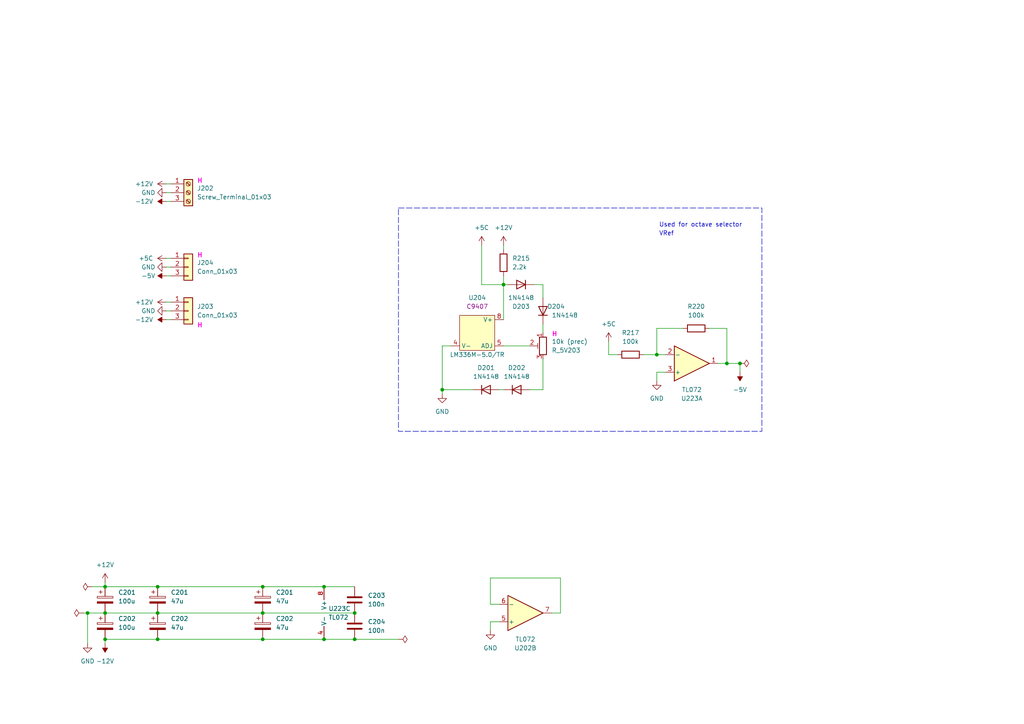
<source format=kicad_sch>
(kicad_sch (version 20231120) (generator "eeschema") (generator_version "8.0")
  (paper "A4")
  (title_block (title "Power"))
  (lib_symbols
    (symbol "Amplifier_Operational:TL072" (pin_names (offset 0.127))
      (property "Reference" "U" (at 0 5.08 0))
      (property "Value" "TL072" (at 0 -5.08 0))
      (symbol "TL072_1_1"
        (polyline (pts (xy -5.08 5.08) (xy 5.08 0) (xy -5.08 -5.08) (xy -5.08 5.08)) (stroke (width 0.254)) (fill (type background)))
        (pin output line (at 7.62 0 180) (length 2.54) (name "~") (number "1"))
        (pin input line (at -7.62 -2.54 0) (length 2.54) (name "-") (number "2"))
        (pin input line (at -7.62 2.54 0) (length 2.54) (name "+") (number "3"))
      )
      (symbol "TL072_2_1"
        (polyline (pts (xy -5.08 5.08) (xy 5.08 0) (xy -5.08 -5.08) (xy -5.08 5.08)) (stroke (width 0.254)) (fill (type background)))
        (pin input line (at -7.62 2.54 0) (length 2.54) (name "+") (number "5"))
        (pin input line (at -7.62 -2.54 0) (length 2.54) (name "-") (number "6"))
        (pin output line (at 7.62 0 180) (length 2.54) (name "~") (number "7"))
      )
      (symbol "TL072_3_1"
        (pin power_in line (at -2.54 -7.62 90) (length 3.81) (name "V-") (number "4"))
        (pin power_in line (at -2.54 7.62 270) (length 3.81) (name "V+") (number "8"))
      )
    )
    (symbol "Connector:Screw_Terminal_01x03" (pin_names (offset 1.016) hide)
      (property "Reference" "J" (at 0 5.08 0))
      (property "Value" "Screw_Terminal_01x03" (at 0 -5.08 0))
      (symbol "Screw_Terminal_01x03_1_1"
        (rectangle (start -1.27 3.81) (end 1.27 -3.81) (stroke (width 0.254)) (fill (type background)))
        (circle (center 0 -2.54) (radius 0.635) (stroke (width 0.1524)))
        (polyline (pts (xy -0.5334 -2.2098) (xy 0.3302 -3.048)) (stroke (width 0.1524)))
        (polyline (pts (xy -0.5334 0.3302) (xy 0.3302 -0.508)) (stroke (width 0.1524)))
        (polyline (pts (xy -0.5334 2.8702) (xy 0.3302 2.032)) (stroke (width 0.1524)))
        (polyline (pts (xy -0.3556 -2.032) (xy 0.508 -2.8702)) (stroke (width 0.1524)))
        (polyline (pts (xy -0.3556 0.508) (xy 0.508 -0.3302)) (stroke (width 0.1524)))
        (polyline (pts (xy -0.3556 3.048) (xy 0.508 2.2098)) (stroke (width 0.1524)))
        (circle (center 0 0) (radius 0.635) (stroke (width 0.1524)))
        (circle (center 0 2.54) (radius 0.635) (stroke (width 0.1524)))
        (pin passive line (at -5.08 2.54 0) (length 3.81) (name "Pin_1") (number "1"))
        (pin passive line (at -5.08 0 0) (length 3.81) (name "Pin_2") (number "2"))
        (pin passive line (at -5.08 -2.54 0) (length 3.81) (name "Pin_3") (number "3"))
      )
    )
    (symbol "Connector_Generic:Conn_01x03" (pin_names (offset 1.016) hide)
      (property "Reference" "J" (at 0 5.08 0))
      (property "Value" "Conn_01x03" (at 0 -5.08 0))
      (symbol "Conn_01x03_1_1"
        (rectangle (start -1.27 -2.413) (end 0 -2.667) (stroke (width 0.1524)))
        (rectangle (start -1.27 0.127) (end 0 -0.127) (stroke (width 0.1524)))
        (rectangle (start -1.27 2.667) (end 0 2.413) (stroke (width 0.1524)))
        (rectangle (start -1.27 3.81) (end 1.27 -3.81) (stroke (width 0.254)) (fill (type background)))
        (pin passive line (at -5.08 2.54 0) (length 3.81) (name "Pin_1") (number "1"))
        (pin passive line (at -5.08 0 0) (length 3.81) (name "Pin_2") (number "2"))
        (pin passive line (at -5.08 -2.54 0) (length 3.81) (name "Pin_3") (number "3"))
      )
    )
    (symbol "Device:C" (pin_numbers hide) (pin_names (offset 0.254))
      (property "Reference" "C" (at 0.635 2.54 0))
      (property "Value" "C" (at 0.635 -2.54 0))
      (symbol "C_0_1"
        (polyline (pts (xy -2.032 -0.762) (xy 2.032 -0.762)) (stroke (width 0.508)))
        (polyline (pts (xy -2.032 0.762) (xy 2.032 0.762)) (stroke (width 0.508)))
      )
      (symbol "C_1_1"
        (pin passive line (at 0 3.81 270) (length 2.794) (name "~") (number "1"))
        (pin passive line (at 0 -3.81 90) (length 2.794) (name "~") (number "2"))
      )
    )
    (symbol "Device:C_Polarized" (pin_numbers hide) (pin_names (offset 0.254))
      (property "Reference" "C" (at 0.635 2.54 0))
      (property "Value" "C_Polarized" (at 0.635 -2.54 0))
      (symbol "C_Polarized_0_1"
        (rectangle (start -2.286 0.508) (end 2.286 1.016))
        (polyline (pts (xy -1.778 2.286) (xy -0.762 2.286)))
        (polyline (pts (xy -1.27 2.794) (xy -1.27 1.778)))
        (rectangle (start 2.286 -0.508) (end -2.286 -1.016) (fill (type outline)))
      )
      (symbol "C_Polarized_1_1"
        (pin passive line (at 0 3.81 270) (length 2.794) (name "~") (number "1"))
        (pin passive line (at 0 -3.81 90) (length 2.794) (name "~") (number "2"))
      )
    )
    (symbol "Device:D" (pin_numbers hide) (pin_names (offset 1.016) hide)
      (property "Reference" "D" (at 0 2.54 0))
      (property "Value" "D" (at 0 -2.54 0))
      (symbol "D_0_1"
        (polyline (pts (xy -1.27 1.27) (xy -1.27 -1.27)) (stroke (width 0.254)))
        (polyline (pts (xy 1.27 0) (xy -1.27 0)))
        (polyline (pts (xy 1.27 1.27) (xy 1.27 -1.27) (xy -1.27 0) (xy 1.27 1.27)) (stroke (width 0.254)))
      )
      (symbol "D_1_1"
        (pin passive line (at -3.81 0 0) (length 2.54) (name "K") (number "1"))
        (pin passive line (at 3.81 0 180) (length 2.54) (name "A") (number "2"))
      )
    )
    (symbol "Device:R" (pin_numbers hide) (pin_names (offset 0))
      (property "Reference" "R" (at 2.032 0 90))
      (property "Value" "R" (at 0 0 90))
      (symbol "R_0_1"
        (rectangle (start -1.016 -2.54) (end 1.016 2.54) (stroke (width 0.254)))
      )
      (symbol "R_1_1"
        (pin passive line (at 0 3.81 270) (length 1.27) (name "~") (number "1"))
        (pin passive line (at 0 -3.81 90) (length 1.27) (name "~") (number "2"))
      )
    )
    (symbol "Device:R_Potentiometer_Trim" (pin_names (offset 1.016) hide)
      (property "Reference" "RV" (at -4.445 0 90))
      (property "Value" "R_Potentiometer_Trim" (at -2.54 0 90))
      (symbol "R_Potentiometer_Trim_0_1"
        (polyline (pts (xy 1.524 0.762) (xy 1.524 -0.762)))
        (polyline (pts (xy 2.54 0) (xy 1.524 0)))
        (rectangle (start 1.016 2.54) (end -1.016 -2.54) (stroke (width 0.254)))
      )
      (symbol "R_Potentiometer_Trim_1_1"
        (pin passive line (at 0 3.81 270) (length 1.27) (name "1") (number "1"))
        (pin passive line (at 3.81 0 180) (length 1.27) (name "2") (number "2"))
        (pin passive line (at 0 -3.81 90) (length 1.27) (name "3") (number "3"))
      )
    )
    (symbol "Shmoergh-Custom-Components:LM336M-5.0/TR"
      (property "Reference" "U" (at 0 6.35 0))
      (property "Value" "LM336M-5.0/TR" (at 0 -6.35 0))
      (property "LCSC" "C910871" (at 0 0 0))
      (symbol "LM336M-5.0/TR_1_1"
        (rectangle (start -5.08 5.08) (end 5.08 -5.08) (fill (type background)))
        (pin no_connect line (at -7.62 3.81 0) (length 2.54) hide (name "NC") (number "1"))
        (pin no_connect line (at -7.62 1.27 0) (length 2.54) hide (name "NC") (number "2"))
        (pin no_connect line (at -7.62 -1.27 0) (length 2.54) hide (name "NC") (number "3"))
        (pin power_in line (at -7.62 -3.81 0) (length 2.54) (name "V-") (number "4"))
        (pin bidirectional line (at 7.62 -3.81 180) (length 2.54) (name "ADJ") (number "5"))
        (pin no_connect line (at 7.62 -1.27 180) (length 2.54) hide (name "NC") (number "6"))
        (pin no_connect line (at 7.62 1.27 180) (length 2.54) hide (name "NC") (number "7"))
        (pin power_out line (at 7.62 3.81 180) (length 2.54) (name "V+") (number "8"))
      )
    )
    (symbol "power:+12V" (power) (pin_names (offset 0))
      (property "Value" "+12V" (at 0 3.556 0))
      (symbol "+12V_0_1"
        (polyline (pts (xy -0.762 1.27) (xy 0 2.54)))
        (polyline (pts (xy 0 0) (xy 0 2.54)))
        (polyline (pts (xy 0 2.54) (xy 0.762 1.27)))
      )
      (symbol "+12V_1_1"
        (pin power_in line (at 0 0 90) (length 0) hide (name "+12V") (number "1"))
      )
    )
    (symbol "power:+5C" (power) (pin_names (offset 0))
      (property "Value" "+5C" (at 0 3.556 0))
      (symbol "+5C_0_1"
        (polyline (pts (xy -0.762 1.27) (xy 0 2.54)))
        (polyline (pts (xy 0 0) (xy 0 2.54)))
        (polyline (pts (xy 0 2.54) (xy 0.762 1.27)))
      )
      (symbol "+5C_1_1"
        (pin power_in line (at 0 0 90) (length 0) hide (name "+5C") (number "1"))
      )
    )
    (symbol "power:-12V" (power) (pin_names (offset 0))
      (property "Value" "-12V" (at 0 3.81 0))
      (symbol "-12V_0_0"
        (pin power_in line (at 0 0 90) (length 0) hide (name "-12V") (number "1"))
      )
      (symbol "-12V_0_1"
        (polyline (pts (xy 0 0) (xy 0 1.27) (xy 0.762 1.27) (xy 0 2.54) (xy -0.762 1.27) (xy 0 1.27)) (fill (type outline)))
      )
    )
    (symbol "power:-5V" (power) (pin_names (offset 0))
      (property "Value" "-5V" (at 0 3.81 0))
      (symbol "-5V_0_0"
        (pin power_in line (at 0 0 90) (length 0) hide (name "-5V") (number "1"))
      )
      (symbol "-5V_0_1"
        (polyline (pts (xy 0 0) (xy 0 1.27) (xy 0.762 1.27) (xy 0 2.54) (xy -0.762 1.27) (xy 0 1.27)) (fill (type outline)))
      )
    )
    (symbol "power:GND" (power) (pin_names (offset 0))
      (property "Value" "GND" (at 0 -3.81 0))
      (symbol "GND_0_1"
        (polyline (pts (xy 0 0) (xy 0 -1.27) (xy 1.27 -1.27) (xy 0 -2.54) (xy -1.27 -1.27) (xy 0 -1.27)))
      )
      (symbol "GND_1_1"
        (pin power_in line (at 0 0 270) (length 0) hide (name "GND") (number "1"))
      )
    )
    (symbol "power:PWR_FLAG" (power) (pin_numbers hide) (pin_names (offset 0) hide)
      (property "Value" "PWR_FLAG" (at 0 3.81 0))
      (symbol "PWR_FLAG_0_0"
        (pin power_out line (at 0 0 90) (length 0) (name "pwr") (number "1"))
      )
      (symbol "PWR_FLAG_0_1"
        (polyline (pts (xy 0 0) (xy 0 1.27) (xy -1.016 1.905) (xy 0 2.54) (xy 1.016 1.905) (xy 0 1.27)))
      )
    )
  )
  (junction (at 45.72 170.18))
  (junction (at 76.2 170.18))
  (junction (at 102.87 185.42))
  (junction (at 76.2 177.8))
  (junction (at 210.82 105.41))
  (junction (at 190.5 102.87))
  (junction (at 30.48 170.18))
  (junction (at 93.98 170.18))
  (junction (at 76.2 185.42))
  (junction (at 45.72 177.8))
  (junction (at 93.98 185.42))
  (junction (at 45.72 185.42))
  (junction (at 30.48 185.42))
  (junction (at 102.87 177.8))
  (junction (at 25.4 177.8))
  (junction (at 146.05 82.55))
  (junction (at 128.27 113.03))
  (junction (at 214.63 105.41))
  (junction (at 30.48 177.8))
  (wire (pts (xy 93.98 185.42) (xy 102.87 185.42)))
  (wire (pts (xy 93.98 170.18) (xy 102.87 170.18)))
  (wire (pts (xy 102.87 185.42) (xy 115.57 185.42)))
  (wire (pts (xy 45.72 177.8) (xy 76.2 177.8)))
  (wire (pts (xy 154.94 82.55) (xy 157.48 82.55)))
  (wire (pts (xy 25.4 177.8) (xy 30.48 177.8)))
  (wire (pts (xy 30.48 185.42) (xy 30.48 186.69)))
  (wire (pts (xy 76.2 170.18) (xy 93.98 170.18)))
  (wire (pts (xy 157.48 104.14) (xy 157.48 113.03)))
  (wire (pts (xy 142.24 175.26) (xy 142.24 167.64)))
  (wire (pts (xy 139.7 82.55) (xy 146.05 82.55)))
  (wire (pts (xy 48.26 87.63) (xy 49.53 87.63)))
  (wire (pts (xy 48.26 53.34) (xy 49.53 53.34)))
  (wire (pts (xy 186.69 102.87) (xy 190.5 102.87)))
  (wire (pts (xy 48.26 74.93) (xy 49.53 74.93)))
  (wire (pts (xy 48.26 90.17) (xy 49.53 90.17)))
  (wire (pts (xy 190.5 107.95) (xy 190.5 110.49)))
  (wire (pts (xy 190.5 102.87) (xy 193.04 102.87)))
  (wire (pts (xy 48.26 77.47) (xy 49.53 77.47)))
  (wire (pts (xy 130.81 100.33) (xy 128.27 100.33)))
  (wire (pts (xy 162.56 167.64) (xy 162.56 177.8)))
  (wire (pts (xy 146.05 92.71) (xy 146.05 82.55)))
  (wire (pts (xy 76.2 185.42) (xy 93.98 185.42)))
  (wire (pts (xy 49.53 58.42) (xy 48.26 58.42)))
  (wire (pts (xy 162.56 177.8) (xy 160.02 177.8)))
  (wire (pts (xy 146.05 82.55) (xy 147.32 82.55)))
  (wire (pts (xy 146.05 71.12) (xy 146.05 72.39)))
  (wire (pts (xy 176.53 99.06) (xy 176.53 102.87)))
  (wire (pts (xy 26.67 170.18) (xy 30.48 170.18)))
  (wire (pts (xy 142.24 167.64) (xy 162.56 167.64)))
  (wire (pts (xy 30.48 170.18) (xy 45.72 170.18)))
  (wire (pts (xy 210.82 105.41) (xy 208.28 105.41)))
  (wire (pts (xy 76.2 177.8) (xy 102.87 177.8)))
  (wire (pts (xy 214.63 107.95) (xy 214.63 105.41)))
  (wire (pts (xy 210.82 95.25) (xy 210.82 105.41)))
  (wire (pts (xy 198.12 95.25) (xy 190.5 95.25)))
  (wire (pts (xy 139.7 71.12) (xy 139.7 82.55)))
  (wire (pts (xy 128.27 113.03) (xy 137.16 113.03)))
  (wire (pts (xy 153.67 113.03) (xy 157.48 113.03)))
  (wire (pts (xy 190.5 95.25) (xy 190.5 102.87)))
  (wire (pts (xy 128.27 100.33) (xy 128.27 113.03)))
  (wire (pts (xy 193.04 107.95) (xy 190.5 107.95)))
  (wire (pts (xy 205.74 95.25) (xy 210.82 95.25)))
  (wire (pts (xy 144.78 113.03) (xy 146.05 113.03)))
  (wire (pts (xy 144.78 175.26) (xy 142.24 175.26)))
  (wire (pts (xy 45.72 170.18) (xy 76.2 170.18)))
  (wire (pts (xy 146.05 100.33) (xy 153.67 100.33)))
  (wire (pts (xy 142.24 182.88) (xy 142.24 180.34)))
  (wire (pts (xy 142.24 180.34) (xy 144.78 180.34)))
  (wire (pts (xy 24.13 177.8) (xy 25.4 177.8)))
  (wire (pts (xy 157.48 93.98) (xy 157.48 96.52)))
  (wire (pts (xy 30.48 177.8) (xy 45.72 177.8)))
  (wire (pts (xy 176.53 102.87) (xy 179.07 102.87)))
  (wire (pts (xy 157.48 82.55) (xy 157.48 86.36)))
  (wire (pts (xy 214.63 105.41) (xy 210.82 105.41)))
  (wire (pts (xy 48.26 80.01) (xy 49.53 80.01)))
  (wire (pts (xy 30.48 185.42) (xy 45.72 185.42)))
  (wire (pts (xy 30.48 168.91) (xy 30.48 170.18)))
  (wire (pts (xy 146.05 80.01) (xy 146.05 82.55)))
  (wire (pts (xy 48.26 92.71) (xy 49.53 92.71)))
  (wire (pts (xy 25.4 186.69) (xy 25.4 177.8)))
  (wire (pts (xy 48.26 55.88) (xy 49.53 55.88)))
  (wire (pts (xy 45.72 185.42) (xy 76.2 185.42)))
  (wire (pts (xy 128.27 113.03) (xy 128.27 114.3)))
  (rectangle (start 115.57 60.325) (end 220.98 125.095) (stroke (width 0) (type dash)))
  (text "H" (at 160.02 97.79 0) (effects (font (size 1.27 1.27) (thickness 0.254) (bold yes)) (justify left bottom)))
  (text "H" (at 57.15 74.93 0) (effects (font (size 1.27 1.27) (thickness 0.254) (bold yes)) (justify left bottom)))
  (text "H" (at 57.15 53.34 0) (effects (font (size 1.27 1.27) (thickness 0.254) (bold yes)) (justify left bottom)))
  (text "H" (at 57.15 95.25 0) (effects (font (size 1.27 1.27) (thickness 0.254) (bold yes)) (justify left bottom)))
  (text "VRef" (at 191.135 68.58 0) (effects (font (size 1.27 1.27)) (justify left bottom)))
  (text "Used for octave selector" (at 191.135 66.04 0) (effects (font (size 1.27 1.27)) (justify left bottom)))
  (symbol (lib_id "Device:D") (at 140.97 113.03 0) (mirror x) (unit 1)
    (property "Reference" "D201" (at 140.97 106.68 0))
    (property "Value" "1N4148" (at 140.97 109.22 0))
    (property "Footprint" "Diode_SMD:D_SOD-123" (effects (hide yes)))
    (property "Sim.Device" "D" (effects (hide yes)))
    (property "Sim.Pins" "1=K 2=A" (effects (hide yes)))
    (property "LCSC" "C81598" (effects (hide yes)))
    (instances (project "A-psu-voice-proto-4l" (path "" (reference "D201") (unit 1))) (project "core-rev-3" (path "" (reference "D201") (unit 1)) (path "" (reference "D208") (unit 1))) (project "hog-v2-voice-proto" (path "" (reference "D201") (unit 1))))
  )
  (symbol (lib_id "power:GND") (at 128.27 114.3 0) (unit 1)
    (property "Reference" "#PWR057" (effects (hide yes)))
    (property "Value" "GND" (at 128.27 119.38 0))
    (instances (project "A-psu-voice-proto-4l" (path "" (reference "#PWR057") (unit 1))) (project "core-rev-3" (path "" (reference "#PWR0217") (unit 1)) (path "" (reference "#PWR0338") (unit 1))) (project "hog-v2-voice-proto" (path "" (reference "#PWR0219") (unit 1))))
  )
  (symbol (lib_id "Connector_Generic:Conn_01x03") (at 54.61 90.17 0) (unit 1) (in_bom no)
    (property "Reference" "J203" (at 57.15 88.9 0) (effects (justify left)))
    (property "Value" "Conn_01x03" (at 57.15 91.44 0) (effects (justify left)))
    (property "Footprint" "Connector_PinHeader_2.54mm:PinHeader_1x03_P2.54mm_Vertical" (effects (hide yes)))
    (instances (project "core-rev-3" (path "" (reference "J203") (unit 1)) (path "" (reference "J206") (unit 1))))
  )
  (symbol (lib_id "Device:D") (at 151.13 82.55 0) (mirror y) (unit 1)
    (property "Reference" "D203" (at 151.13 88.9 0))
    (property "Value" "1N4148" (at 151.13 86.36 0))
    (property "Footprint" "Diode_SMD:D_SOD-123" (effects (hide yes)))
    (property "Sim.Device" "D" (effects (hide yes)))
    (property "Sim.Pins" "1=K 2=A" (effects (hide yes)))
    (property "LCSC" "C81598" (effects (hide yes)))
    (instances (project "A-psu-voice-proto-4l" (path "" (reference "D203") (unit 1))) (project "core-rev-3" (path "" (reference "D203") (unit 1)) (path "" (reference "D210") (unit 1))) (project "hog-v2-voice-proto" (path "" (reference "D203") (unit 1))))
  )
  (symbol (lib_id "Device:C_Polarized") (at 30.48 173.99 0) (unit 1)
    (property "Reference" "C201" (at 34.29 171.831 0) (effects (justify left)))
    (property "Value" "100u" (at 34.29 174.371 0) (effects (justify left)))
    (property "Footprint" "Capacitor_SMD:CP_Elec_6.3x7.7" (effects (hide yes)))
    (property "LCSC" "C134220" (effects (hide yes)))
    (instances (project "A-psu-voice-proto-4l" (path "" (reference "C201") (unit 1))) (project "core-rev-3" (path "" (reference "C201") (unit 1)) (path "" (reference "C260") (unit 1))) (project "hog-v2-voice-proto" (path "" (reference "C201") (unit 1))))
  )
  (symbol (lib_id "power:+5C") (at 176.53 99.06 0) (unit 1)
    (property "Reference" "#PWR066" (effects (hide yes)))
    (property "Value" "+5C" (at 176.53 93.98 0))
    (instances (project "A-psu-voice-proto-4l" (path "" (reference "#PWR066") (unit 1))) (project "core-rev-3" (path "" (reference "#PWR0222") (unit 1)) (path "" (reference "#PWR0342") (unit 1))))
  )
  (symbol (lib_id "power:+12V") (at 48.26 53.34 90) (unit 1)
    (property "Reference" "#PWR044" (effects (hide yes)))
    (property "Value" "+12V" (at 44.45 53.34 90) (effects (justify left)))
    (instances (project "A-psu-voice-proto-4l" (path "" (reference "#PWR044") (unit 1))) (project "core-rev-3" (path "" (reference "#PWR0206") (unit 1)) (path "" (reference "#PWR0335") (unit 1))) (project "hog-v2-voice-proto" (path "" (reference "#PWR0206") (unit 1))))
  )
  (symbol (lib_id "Amplifier_Operational:TL072") (at 96.52 177.8 0) (unit 3)
    (property "Reference" "U223" (at 95.25 176.53 0) (effects (justify left)))
    (property "Value" "TL072" (at 95.25 179.07 0) (effects (justify left)))
    (property "Footprint" "Package_SO:SOIC-8_3.9x4.9mm_P1.27mm" (effects (hide yes)))
    (property "Datasheet" "http://www.ti.com/lit/ds/symlink/tl071.pdf" (effects (hide yes)))
    (property "LCSC" "C6961" (effects (hide yes)))
  )
  (symbol (lib_id "power:-12V") (at 48.26 92.71 90) (unit 1)
    (property "Reference" "#PWR045" (effects (hide yes)))
    (property "Value" "-12V" (at 44.45 92.71 90) (effects (justify left)))
    (instances (project "A-psu-voice-proto-4l" (path "" (reference "#PWR045") (unit 1))) (project "core-rev-3" (path "" (reference "#PWR0229") (unit 1)) (path "" (reference "#PWR0334") (unit 1))) (project "hog-v2-voice-proto" (path "" (reference "#PWR0207") (unit 1))))
  )
  (symbol (lib_id "Device:R") (at 201.93 95.25 90) (unit 1)
    (property "Reference" "R220" (at 201.93 88.9 90))
    (property "Value" "100k" (at 201.93 91.44 90))
    (property "Footprint" "Resistor_SMD:R_0603_1608Metric" (effects (hide yes)))
    (property "LCSC" "C25803" (effects (hide yes)))
    (instances (project "A-psu-voice-proto-4l" (path "" (reference "R220") (unit 1))) (project "core-rev-3" (path "" (reference "R219") (unit 1)) (path "" (reference "R301") (unit 1))) (project "hog-v2-voice-proto" (path "" (reference "R220") (unit 1))))
  )
  (symbol (lib_id "Amplifier_Operational:TL072") (at 152.4 177.8 0) (mirror x) (unit 2)
    (property "Reference" "U202" (at 152.4 187.96 0))
    (property "Value" "TL072" (at 152.4 185.42 0))
    (property "Footprint" "Package_SO:SOIC-8_3.9x4.9mm_P1.27mm" (effects (hide yes)))
    (property "Datasheet" "http://www.ti.com/lit/ds/symlink/tl071.pdf" (effects (hide yes)))
    (property "LCSC" "C6961" (effects (hide yes)))
    (instances (project "A-psu-voice-proto-4l" (path "" (reference "U202") (unit 2))) (project "core-rev-3" (path "" (reference "U202") (unit 2)) (path "" (reference "U223") (unit 2))) (project "hog-v2-voice-proto" (path "" (reference "U202") (unit 2))))
  )
  (symbol (lib_id "power:GND") (at 190.5 110.49 0) (unit 1)
    (property "Reference" "#PWR063" (effects (hide yes)))
    (property "Value" "GND" (at 190.5 115.57 0))
    (instances (project "A-psu-voice-proto-4l" (path "" (reference "#PWR063") (unit 1))) (project "core-rev-3" (path "" (reference "#PWR0225") (unit 1)) (path "" (reference "#PWR0343") (unit 1))) (project "hog-v2-voice-proto" (path "" (reference "#PWR0225") (unit 1))))
  )
  (symbol (lib_id "Device:C_Polarized") (at 76.2 173.99 0) (unit 1)
    (property "Reference" "C201" (at 80.01 171.831 0) (effects (justify left)))
    (property "Value" "47u" (at 80.01 174.371 0) (effects (justify left)))
    (property "Footprint" "Capacitor_SMD:CP_Elec_6.3x5.4" (effects (hide yes)))
    (property "LCSC" "C110229" (effects (hide yes)))
    (instances (project "A-psu-voice-proto-4l" (path "" (reference "C201") (unit 1))) (project "core-rev-3" (path "" (reference "C201") (unit 1)) (path "" (reference "C280") (unit 1))) (project "hog-v2-voice-proto" (path "" (reference "C201") (unit 1))))
  )
  (symbol (lib_id "power:GND") (at 48.26 55.88 270) (unit 1)
    (property "Reference" "#PWR043" (effects (hide yes)))
    (property "Value" "GND" (at 45.085 55.88 90) (effects (justify right)))
    (instances (project "A-psu-voice-proto-4l" (path "" (reference "#PWR043") (unit 1))) (project "core-rev-3" (path "" (reference "#PWR0205") (unit 1)) (path "" (reference "#PWR0336") (unit 1))) (project "hog-v2-voice-proto" (path "" (reference "#PWR0205") (unit 1))))
  )
  (symbol (lib_id "Device:R") (at 182.88 102.87 90) (unit 1)
    (property "Reference" "R217" (at 182.88 96.52 90))
    (property "Value" "100k" (at 182.88 99.06 90))
    (property "Footprint" "Resistor_SMD:R_0603_1608Metric" (effects (hide yes)))
    (property "LCSC" "C25803" (effects (hide yes)))
    (instances (project "A-psu-voice-proto-4l" (path "" (reference "R217") (unit 1))) (project "core-rev-3" (path "" (reference "R216") (unit 1)) (path "" (reference "R300") (unit 1))) (project "hog-v2-voice-proto" (path "" (reference "R217") (unit 1))))
  )
  (symbol (lib_id "Connector_Generic:Conn_01x03") (at 54.61 77.47 0) (unit 1) (in_bom no)
    (property "Reference" "J204" (at 57.15 76.2 0) (effects (justify left)))
    (property "Value" "Conn_01x03" (at 57.15 78.74 0) (effects (justify left)))
    (property "Footprint" "Connector_PinHeader_2.54mm:PinHeader_1x03_P2.54mm_Vertical" (effects (hide yes)))
    (instances (project "core-rev-3" (path "" (reference "J204") (unit 1)) (path "" (reference "J205") (unit 1))))
  )
  (symbol (lib_id "power:+12V") (at 146.05 71.12 0) (unit 1)
    (property "Reference" "#PWR060" (effects (hide yes)))
    (property "Value" "+12V" (at 146.05 66.04 0))
    (instances (project "A-psu-voice-proto-4l" (path "" (reference "#PWR060") (unit 1))) (project "core-rev-3" (path "" (reference "#PWR0220") (unit 1)) (path "" (reference "#PWR0341") (unit 1))) (project "hog-v2-voice-proto" (path "" (reference "#PWR0222") (unit 1))))
  )
  (symbol (lib_id "Device:C_Polarized") (at 45.72 181.61 0) (unit 1)
    (property "Reference" "C202" (at 49.53 179.451 0) (effects (justify left)))
    (property "Value" "47u" (at 49.53 181.991 0) (effects (justify left)))
    (property "Footprint" "Capacitor_SMD:CP_Elec_6.3x5.4" (effects (hide yes)))
    (property "LCSC" "C110229" (effects (hide yes)))
    (instances (project "A-psu-voice-proto-4l" (path "" (reference "C202") (unit 1))) (project "core-rev-3" (path "" (reference "C202") (unit 1)) (path "" (reference "C256") (unit 1))) (project "hog-v2-voice-proto" (path "" (reference "C202") (unit 1))))
  )
  (symbol (lib_id "power:GND") (at 142.24 182.88 0) (unit 1)
    (property "Reference" "#PWR0340" (effects (hide yes)))
    (property "Value" "GND" (at 142.24 187.96 0))
  )
  (symbol (lib_id "power:PWR_FLAG") (at 26.67 170.18 90) (unit 1)
    (property "Reference" "#FLG07" (effects (hide yes)))
    (property "Value" "PWR_FLAG" (effects (hide yes)))
    (instances (project "A-psu-voice-proto-4l" (path "" (reference "#FLG07") (unit 1))) (project "core-rev-3" (path "" (reference "#FLG0202") (unit 1)) (path "" (reference "#FLG0202") (unit 1))) (project "hog-v2-voice-proto" (path "" (reference "#FLG0202") (unit 1))))
  )
  (symbol (lib_id "power:GND") (at 25.4 186.69 0) (unit 1)
    (property "Reference" "#PWR039" (effects (hide yes)))
    (property "Value" "GND" (at 25.4 191.77 0))
    (instances (project "A-psu-voice-proto-4l" (path "" (reference "#PWR039") (unit 1))) (project "core-rev-3" (path "" (reference "#PWR0201") (unit 1)) (path "" (reference "#PWR0326") (unit 1))) (project "hog-v2-voice-proto" (path "" (reference "#PWR0201") (unit 1))))
  )
  (symbol (lib_id "Shmoergh-Custom-Components:LM336M-5.0/TR") (at 138.43 96.52 0) (unit 1)
    (property "Reference" "U204" (at 138.43 86.36 0))
    (property "Value" "LM336M-5.0/TR" (at 138.43 102.87 0))
    (property "Footprint" "Package_SO:SOIC-8_3.9x4.9mm_P1.27mm" (effects (hide yes)))
    (property "Datasheet" "https://datasheet.lcsc.com/lcsc/2201242100_HGSEMI-LM336M-5-0-TR_C910871.pdf" (effects (hide yes)))
    (property "LCSC" "C9407" (at 138.43 88.9 0))
    (instances (project "A-psu-voice-proto-4l" (path "" (reference "U204") (unit 1))) (project "core-rev-3" (path "" (reference "U203") (unit 1)) (path "" (reference "U224") (unit 1))) (project "hog-v2-voice-proto" (path "" (reference "U204") (unit 1))))
  )
  (symbol (lib_id "Device:C_Polarized") (at 30.48 181.61 0) (unit 1)
    (property "Reference" "C202" (at 34.29 179.451 0) (effects (justify left)))
    (property "Value" "100u" (at 34.29 181.991 0) (effects (justify left)))
    (property "Footprint" "Capacitor_SMD:CP_Elec_6.3x7.7" (effects (hide yes)))
    (property "LCSC" "C134220" (effects (hide yes)))
    (instances (project "A-psu-voice-proto-4l" (path "" (reference "C202") (unit 1))) (project "core-rev-3" (path "" (reference "C202") (unit 1)) (path "" (reference "C261") (unit 1))) (project "hog-v2-voice-proto" (path "" (reference "C202") (unit 1))))
  )
  (symbol (lib_id "power:PWR_FLAG") (at 24.13 177.8 90) (unit 1)
    (property "Reference" "#FLG06" (effects (hide yes)))
    (property "Value" "PWR_FLAG" (effects (hide yes)))
    (instances (project "A-psu-voice-proto-4l" (path "" (reference "#FLG06") (unit 1))) (project "core-rev-3" (path "" (reference "#FLG0201") (unit 1)) (path "" (reference "#FLG0201") (unit 1))) (project "hog-v2-voice-proto" (path "" (reference "#FLG0201") (unit 1))))
  )
  (symbol (lib_id "Device:R") (at 146.05 76.2 0) (unit 1)
    (property "Reference" "R215" (at 148.59 74.93 0) (effects (justify left)))
    (property "Value" "2.2k" (at 148.59 77.47 0) (effects (justify left)))
    (property "Footprint" "Resistor_SMD:R_0603_1608Metric_Pad0.98x0.95mm_HandSolder" (effects (hide yes)))
    (property "LCSC" "C4190" (effects (hide yes)))
    (instances (project "A-psu-voice-proto-4l" (path "" (reference "R215") (unit 1))) (project "core-rev-3" (path "" (reference "R214") (unit 1)) (path "" (reference "R299") (unit 1))) (project "hog-v2-voice-proto" (path "" (reference "R215") (unit 1))))
  )
  (symbol (lib_id "Device:C") (at 102.87 181.61 0) (unit 1)
    (property "Reference" "C204" (at 106.68 180.34 0) (effects (justify left)))
    (property "Value" "100n" (at 106.68 182.88 0) (effects (justify left)))
    (property "Footprint" "Capacitor_SMD:C_0603_1608Metric" (effects (hide yes)))
    (property "LCSC" "C14663" (effects (hide yes)))
    (instances (project "A-psu-voice-proto-4l" (path "" (reference "C204") (unit 1))) (project "core-rev-3" (path "" (reference "C204") (unit 1)) (path "" (reference "C263") (unit 1))) (project "hog-v2-voice-proto" (path "" (reference "C204") (unit 1))))
  )
  (symbol (lib_id "Device:D") (at 149.86 113.03 0) (mirror x) (unit 1)
    (property "Reference" "D202" (at 149.86 106.68 0))
    (property "Value" "1N4148" (at 149.86 109.22 0))
    (property "Footprint" "Diode_SMD:D_SOD-123" (effects (hide yes)))
    (property "Sim.Device" "D" (effects (hide yes)))
    (property "Sim.Pins" "1=K 2=A" (effects (hide yes)))
    (property "LCSC" "C81598" (effects (hide yes)))
    (instances (project "A-psu-voice-proto-4l" (path "" (reference "D202") (unit 1))) (project "core-rev-3" (path "" (reference "D202") (unit 1)) (path "" (reference "D209") (unit 1))) (project "hog-v2-voice-proto" (path "" (reference "D202") (unit 1))))
  )
  (symbol (lib_id "Connector:Screw_Terminal_01x03") (at 54.61 55.88 0) (unit 1) (in_bom no)
    (property "Reference" "J202" (at 57.15 54.61 0) (effects (justify left)))
    (property "Value" "Screw_Terminal_01x03" (at 57.15 57.15 0) (effects (justify left)))
    (property "Footprint" "TerminalBlock_Phoenix:TerminalBlock_Phoenix_MKDS-1,5-3_1x03_P5.00mm_Horizontal" (effects (hide yes)))
    (instances (project "A-psu-voice-proto-4l" (path "" (reference "J202") (unit 1))) (project "core-rev-3" (path "" (reference "J202") (unit 1)) (path "" (reference "J207") (unit 1))) (project "hog-v2-voice-proto" (path "" (reference "J202") (unit 1))))
  )
  (symbol (lib_id "Device:R_Potentiometer_Trim") (at 157.48 100.33 0) (mirror y) (unit 1) (in_bom no)
    (property "Reference" "R_5V203" (at 160.02 101.6 0) (effects (justify right)))
    (property "Value" "10k (prec)" (at 160.02 99.06 0) (effects (justify right)))
    (property "Footprint" "Potentiometer_THT:Potentiometer_Bourns_3006P_Horizontal" (effects (hide yes)))
    (property "Arwill" "https://arwill.hu/termekek/passziv-alkatreszek/trimmer-potmeterek/7401/10k-helitrimmer-potmeter-216332/" (effects (hide yes)))
    (instances (project "A-psu-voice-proto-4l" (path "" (reference "R_5V203") (unit 1))) (project "core-rev-3" (path "" (reference "R_5V201") (unit 1)) (path "" (reference "R_5V201") (unit 1))) (project "hog-v2-voice-proto" (path "" (reference "R_5V203") (unit 1))))
  )
  (symbol (lib_id "Device:C") (at 102.87 173.99 0) (unit 1)
    (property "Reference" "C203" (at 106.68 172.72 0) (effects (justify left)))
    (property "Value" "100n" (at 106.68 175.26 0) (effects (justify left)))
    (property "Footprint" "Capacitor_SMD:C_0603_1608Metric" (effects (hide yes)))
    (property "LCSC" "C14663" (effects (hide yes)))
    (instances (project "A-psu-voice-proto-4l" (path "" (reference "C203") (unit 1))) (project "core-rev-3" (path "" (reference "C203") (unit 1)) (path "" (reference "C262") (unit 1))) (project "hog-v2-voice-proto" (path "" (reference "C203") (unit 1))))
  )
  (symbol (lib_id "power:+12V") (at 30.48 168.91 0) (unit 1)
    (property "Reference" "#PWR040" (effects (hide yes)))
    (property "Value" "+12V" (at 30.48 163.83 0))
    (instances (project "A-psu-voice-proto-4l" (path "" (reference "#PWR040") (unit 1))) (project "core-rev-3" (path "" (reference "#PWR0202") (unit 1)) (path "" (reference "#PWR0327") (unit 1))) (project "hog-v2-voice-proto" (path "" (reference "#PWR0202") (unit 1))))
  )
  (symbol (lib_id "power:-5V") (at 48.26 80.01 90) (unit 1)
    (property "Reference" "#PWR042" (effects (hide yes)))
    (property "Value" "-5V" (at 45.085 80.01 90) (effects (justify left)))
    (instances (project "A-psu-voice-proto-4l" (path "" (reference "#PWR042") (unit 1))) (project "core-rev-3" (path "" (reference "#PWR0204") (unit 1)) (path "" (reference "#PWR0331") (unit 1))) (project "hog-v2-voice-proto" (path "" (reference "#PWR0204") (unit 1))))
  )
  (symbol (lib_id "power:-5V") (at 214.63 107.95 180) (unit 1)
    (property "Reference" "#PWR065" (effects (hide yes)))
    (property "Value" "-5V" (at 214.63 113.03 0))
    (instances (project "A-psu-voice-proto-4l" (path "" (reference "#PWR065") (unit 1))) (project "core-rev-3" (path "" (reference "#PWR0227") (unit 1)) (path "" (reference "#PWR0344") (unit 1))) (project "hog-v2-voice-proto" (path "" (reference "#PWR0227") (unit 1))))
  )
  (symbol (lib_id "power:-12V") (at 30.48 186.69 180) (unit 1)
    (property "Reference" "#PWR041" (effects (hide yes)))
    (property "Value" "-12V" (at 30.48 191.77 0))
    (instances (project "A-psu-voice-proto-4l" (path "" (reference "#PWR041") (unit 1))) (project "core-rev-3" (path "" (reference "#PWR0203") (unit 1)) (path "" (reference "#PWR0328") (unit 1))) (project "hog-v2-voice-proto" (path "" (reference "#PWR0203") (unit 1))))
  )
  (symbol (lib_id "Device:C_Polarized") (at 45.72 173.99 0) (unit 1)
    (property "Reference" "C201" (at 49.53 171.831 0) (effects (justify left)))
    (property "Value" "47u" (at 49.53 174.371 0) (effects (justify left)))
    (property "Footprint" "Capacitor_SMD:CP_Elec_6.3x5.4" (effects (hide yes)))
    (property "LCSC" "C110229" (effects (hide yes)))
    (instances (project "A-psu-voice-proto-4l" (path "" (reference "C201") (unit 1))) (project "core-rev-3" (path "" (reference "C201") (unit 1)) (path "" (reference "C252") (unit 1))) (project "hog-v2-voice-proto" (path "" (reference "C201") (unit 1))))
  )
  (symbol (lib_id "power:GND") (at 48.26 90.17 270) (unit 1)
    (property "Reference" "#PWR043" (effects (hide yes)))
    (property "Value" "GND" (at 45.085 90.17 90) (effects (justify right)))
    (instances (project "A-psu-voice-proto-4l" (path "" (reference "#PWR043") (unit 1))) (project "core-rev-3" (path "" (reference "#PWR0230") (unit 1)) (path "" (reference "#PWR0333") (unit 1))) (project "hog-v2-voice-proto" (path "" (reference "#PWR0205") (unit 1))))
  )
  (symbol (lib_id "power:+12V") (at 48.26 87.63 90) (unit 1)
    (property "Reference" "#PWR044" (effects (hide yes)))
    (property "Value" "+12V" (at 44.45 87.63 90) (effects (justify left)))
    (instances (project "A-psu-voice-proto-4l" (path "" (reference "#PWR044") (unit 1))) (project "core-rev-3" (path "" (reference "#PWR0228") (unit 1)) (path "" (reference "#PWR0332") (unit 1))) (project "hog-v2-voice-proto" (path "" (reference "#PWR0206") (unit 1))))
  )
  (symbol (lib_id "power:+5C") (at 48.26 74.93 90) (unit 1)
    (property "Reference" "#PWR046" (effects (hide yes)))
    (property "Value" "+5C" (at 44.45 74.93 90) (effects (justify left)))
    (instances (project "A-psu-voice-proto-4l" (path "" (reference "#PWR046") (unit 1))) (project "core-rev-3" (path "" (reference "#PWR0208") (unit 1)) (path "" (reference "#PWR0329") (unit 1))))
  )
  (symbol (lib_id "power:PWR_FLAG") (at 214.63 105.41 270) (unit 1)
    (property "Reference" "#FLG08" (effects (hide yes)))
    (property "Value" "PWR_FLAG" (effects (hide yes)))
    (instances (project "A-psu-voice-proto-4l" (path "" (reference "#FLG08") (unit 1))) (project "core-rev-3" (path "" (reference "#FLG0203") (unit 1)) (path "" (reference "#FLG0204") (unit 1))) (project "hog-v2-voice-proto" (path "" (reference "#FLG0203") (unit 1))))
  )
  (symbol (lib_id "Device:C_Polarized") (at 76.2 181.61 0) (unit 1)
    (property "Reference" "C202" (at 80.01 179.451 0) (effects (justify left)))
    (property "Value" "47u" (at 80.01 181.991 0) (effects (justify left)))
    (property "Footprint" "Capacitor_SMD:CP_Elec_6.3x5.4" (effects (hide yes)))
    (property "LCSC" "C110229" (effects (hide yes)))
    (instances (project "A-psu-voice-proto-4l" (path "" (reference "C202") (unit 1))) (project "core-rev-3" (path "" (reference "C202") (unit 1)) (path "" (reference "C281") (unit 1))) (project "hog-v2-voice-proto" (path "" (reference "C202") (unit 1))))
  )
  (symbol (lib_id "power:GND") (at 48.26 77.47 270) (unit 1)
    (property "Reference" "#PWR047" (effects (hide yes)))
    (property "Value" "GND" (at 45.085 77.47 90) (effects (justify right)))
    (instances (project "A-psu-voice-proto-4l" (path "" (reference "#PWR047") (unit 1))) (project "core-rev-3" (path "" (reference "#PWR0209") (unit 1)) (path "" (reference "#PWR0330") (unit 1))) (project "hog-v2-voice-proto" (path "" (reference "#PWR0209") (unit 1))))
  )
  (symbol (lib_id "power:-12V") (at 48.26 58.42 90) (unit 1)
    (property "Reference" "#PWR045" (effects (hide yes)))
    (property "Value" "-12V" (at 44.45 58.42 90) (effects (justify left)))
    (instances (project "A-psu-voice-proto-4l" (path "" (reference "#PWR045") (unit 1))) (project "core-rev-3" (path "" (reference "#PWR0207") (unit 1)) (path "" (reference "#PWR0337") (unit 1))) (project "hog-v2-voice-proto" (path "" (reference "#PWR0207") (unit 1))))
  )
  (symbol (lib_id "power:PWR_FLAG") (at 115.57 185.42 270) (unit 1)
    (property "Reference" "#FLG08" (effects (hide yes)))
    (property "Value" "PWR_FLAG" (effects (hide yes)))
    (instances (project "A-psu-voice-proto-4l" (path "" (reference "#FLG08") (unit 1))) (project "core-rev-3" (path "" (reference "#FLG0203") (unit 1)) (path "" (reference "#FLG0203") (unit 1))) (project "hog-v2-voice-proto" (path "" (reference "#FLG0203") (unit 1))))
  )
  (symbol (lib_id "Device:D") (at 157.48 90.17 270) (mirror x) (unit 1)
    (property "Reference" "D204" (at 161.29 88.9 90))
    (property "Value" "1N4148" (at 163.83 91.44 90))
    (property "Footprint" "Diode_SMD:D_SOD-123" (effects (hide yes)))
    (property "Sim.Device" "D" (effects (hide yes)))
    (property "Sim.Pins" "1=K 2=A" (effects (hide yes)))
    (property "LCSC" "C81598" (effects (hide yes)))
    (instances (project "A-psu-voice-proto-4l" (path "" (reference "D204") (unit 1))) (project "core-rev-3" (path "" (reference "D204") (unit 1)) (path "" (reference "D211") (unit 1))) (project "hog-v2-voice-proto" (path "" (reference "D204") (unit 1))))
  )
  (symbol (lib_id "Amplifier_Operational:TL072") (at 200.66 105.41 0) (mirror x) (unit 1)
    (property "Reference" "U223" (at 200.66 115.57 0))
    (property "Value" "TL072" (at 200.66 113.03 0))
    (property "Footprint" "Package_SO:SOIC-8_3.9x4.9mm_P1.27mm" (effects (hide yes)))
    (property "Datasheet" "http://www.ti.com/lit/ds/symlink/tl071.pdf" (effects (hide yes)))
    (property "LCSC" "C6961" (effects (hide yes)))
  )
  (symbol (lib_id "power:+5C") (at 139.7 71.12 0) (unit 1)
    (property "Reference" "#PWR059" (effects (hide yes)))
    (property "Value" "+5C" (at 139.7 66.04 0))
    (instances (project "A-psu-voice-proto-4l" (path "" (reference "#PWR059") (unit 1))) (project "core-rev-3" (path "" (reference "#PWR0219") (unit 1)) (path "" (reference "#PWR0339") (unit 1))))
  )
)
</source>
